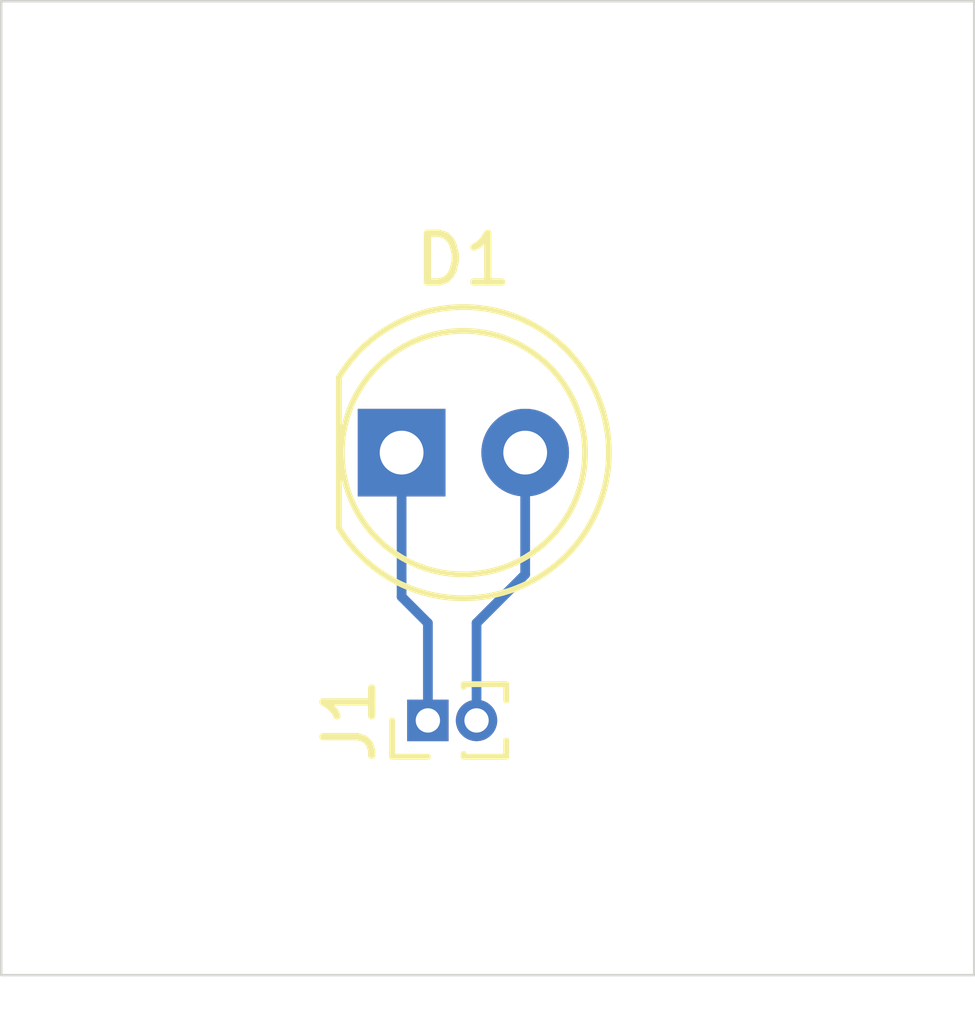
<source format=kicad_pcb>
(kicad_pcb (version 20241229) (generator "pcbnew") (generator_version "9.0")
  (layers (0 "F.Cu" signal) (2 "B.Cu" signal) (13 "F.Paste" user) (15 "B.Paste" user) (5 "F.SilkS" user "F.Silkscreen") (7 "B.SilkS" user "B.Silkscreen") (1 "F.Mask" user) (3 "B.Mask" user) (25 "Edge.Cuts" user))
  (net 0 "")
  (net 1 "Net-(D1-K)")
  (net 2 "Net-(D1-A)")
  (footprint "Connector_PinHeader_1.00mm:PinHeader_1x02_P1.00mm_Vertical" (layer "F.Cu") (at 28.77 34.77 90)
    (property "Reference" "J1" (at 0 -1.61 90) (layer "F.SilkS"))
    (property "Value" "Conn_01x02_Pin")
    (fp_line (start -0.745 -0.735) (end 0 -0.735) (stroke (width 0.12)) (layer "F.SilkS"))
    (fp_line (start -0.745 0) (end -0.745 -0.735) (stroke (width 0.12)) (layer "F.SilkS"))
    (fp_line (start 0.745 0.735) (end 0.745 1.61) (stroke (width 0.12)) (layer "F.SilkS"))
    (fp_line (start 0.685565 0.735) (end 0.745 0.735) (stroke (width 0.12)) (layer "F.SilkS"))
    (fp_line (start -0.745 0.735) (end -0.685565 0.735) (stroke (width 0.12)) (layer "F.SilkS"))
    (fp_line (start -0.745 0.735) (end -0.745 1.61) (stroke (width 0.12)) (layer "F.SilkS"))
    (fp_line (start 0.41003 1.61) (end 0.745 1.61) (stroke (width 0.12)) (layer "F.SilkS"))
    (fp_line (start -0.745 1.61) (end -0.41003 1.61) (stroke (width 0.12)) (layer "F.SilkS"))
    (pad "1" thru_hole rect (at 0 0 90) (size 0.85 0.85) (drill 0.5) (layers "*.Cu" "*.Mask") (net 1 "Net-(D1-K)"))
    (pad "2" thru_hole circle (at 0 1 90) (size 0.85 0.85) (drill 0.5) (layers "*.Cu" "*.Mask") (net 2 "Net-(D1-A)"))
  )
  (footprint "LED_THT:LED_D5.0mm" (layer "F.Cu") (at 28.23 29.27)
    (property "Reference" "D1" (at 1.27 -3.96 0) (layer "F.SilkS"))
    (property "Value" "LED")
    (fp_line (start -1.29 -1.545) (end -1.29 1.545) (stroke (width 0.12)) (layer "F.SilkS"))
    (fp_arc (start -1.29 -1.54483) (mid 2.071779 -2.880495) (end 4.26 0) (stroke (width 0.12)) (layer "F.SilkS"))
    (fp_arc (start 4.26 0) (mid 2.071779 2.880495) (end -1.29 1.54483) (stroke (width 0.12)) (layer "F.SilkS"))
    (fp_circle (center 1.27 0) (end 3.77 0) (stroke (width 0.12)) (fill no) (layer "F.SilkS"))
    (pad "1" thru_hole rect (at 0 0) (size 1.8 1.8) (drill 0.9) (layers "*.Cu" "*.Mask") (net 1 "Net-(D1-K)"))
    (pad "2" thru_hole circle (at 2.54 0) (size 1.8 1.8) (drill 0.9) (layers "*.Cu" "*.Mask") (net 2 "Net-(D1-A)"))
  )
  (gr_rect (start 20 20) (end 40 40) (stroke (width 0.05)) (fill no) (layer "Edge.Cuts"))
  (segment (start 28.77 32.77) (end 28.77 34.77) (width 0.2) (layer "B.Cu") (net 1))
  (segment (start 28.23 32.23) (end 28.77 32.77) (width 0.2) (layer "B.Cu") (net 1))
  (segment (start 28.23 29.27) (end 28.23 32.23) (width 0.2) (layer "B.Cu") (net 1))
  (segment (start 30.77 31.77) (end 29.77 32.77) (width 0.2) (layer "B.Cu") (net 2))
  (segment (start 29.77 32.77) (end 29.77 34.77) (width 0.2) (layer "B.Cu") (net 2))
  (segment (start 30.77 29.27) (end 30.77 31.77) (width 0.2) (layer "B.Cu") (net 2))
)
</source>
